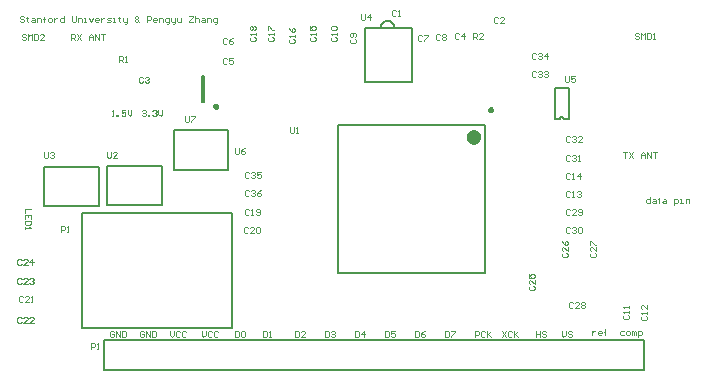
<source format=gto>
%FSTAX23Y23*%
%MOIN*%
%SFA1B1*%

%IPPOS*%
%ADD38C,0.007874*%
%ADD39C,0.009843*%
%ADD40C,0.023622*%
%ADD41C,0.004016*%
%LNtwo_ant_fpga_board-1*%
%LPD*%
G54D38*
X02897Y02823D02*
D01*
X02897Y02824*
X02897Y02826*
X02896Y02827*
X02896Y02829*
X02895Y0283*
X02894Y02832*
X02893Y02833*
X02892Y02834*
X02891Y02836*
X0289Y02837*
X02889Y02838*
X02888Y02839*
X02886Y0284*
X02885Y0284*
X02884Y02841*
X02882Y02842*
X02881Y02842*
X02879Y02842*
X02877Y02843*
X02876Y02843*
X02874Y02843*
X02873Y02843*
X02871Y02843*
X0287Y02842*
X02868Y02842*
X02867Y02841*
X02865Y02841*
X02864Y0284*
X02862Y02839*
X02861Y02838*
X0286Y02837*
X02859Y02836*
X02857Y02835*
X02856Y02834*
X02856Y02832*
X02855Y02831*
X02854Y0283*
X02853Y02828*
X02853Y02827*
X02852Y02825*
X02852Y02824*
X02852Y02823*
X03462Y02516D02*
D01*
X03462Y02517*
X03462Y02517*
X03462Y02517*
X03462Y02518*
X03462Y02518*
X03462Y02519*
X03461Y02519*
X03461Y02519*
X03461Y0252*
X03461Y0252*
X0346Y02521*
X0346Y02521*
X0346Y02521*
X03459Y02521*
X03459Y02522*
X03459Y02522*
X03458Y02522*
X03458Y02522*
X03457Y02522*
X03457Y02522*
X03456Y02522*
X03456Y02522*
X03456*
X03455Y02522*
X03455Y02522*
X03454Y02522*
X03454Y02522*
X03453Y02522*
X03453Y02522*
X03453Y02522*
X03452Y02521*
X03452Y02521*
X03451Y02521*
X03451Y02521*
X03451Y0252*
X03451Y0252*
X0345Y02519*
X0345Y02519*
X0345Y02519*
X0345Y02518*
X0345Y02518*
X0345Y02517*
X03449Y02517*
X03449Y02517*
X03449Y02516*
X03655Y0168D02*
X0373D01*
Y0178*
X0193D02*
X0373D01*
X0193Y0168D02*
Y0178D01*
Y0168D02*
X03655D01*
X02955Y02639D02*
Y0282D01*
X028Y02639D02*
X02955D01*
X028D02*
Y0282D01*
X029*
X02854D02*
X02955D01*
X01855Y02201D02*
X02355D01*
Y01818D02*
Y02201D01*
X01855Y01818D02*
X02355D01*
X01855D02*
Y02037D01*
Y01987D02*
Y02201D01*
X03478Y02516D02*
Y02618D01*
X03434D02*
X03478D01*
X03434Y02516D02*
Y02618D01*
Y02516D02*
X03449D01*
X03462D02*
X03478D01*
X01938Y02359D02*
X02124D01*
Y0223D02*
Y02359D01*
X01938Y0223D02*
X02124D01*
X01938D02*
Y02359D01*
X02164Y02345D02*
Y02478D01*
X02344*
Y02345D02*
Y02478D01*
X02164Y02345D02*
X02344D01*
X02256Y02571D02*
Y02658D01*
X02263Y02571D02*
Y02658D01*
X02256D02*
X02263D01*
X02256Y02571D02*
X02263D01*
X01728Y02357D02*
X01914D01*
Y02227D02*
Y02357D01*
X01728Y02227D02*
X01914D01*
X01728D02*
Y02357D01*
X02708Y02003D02*
Y02496D01*
X03201Y02003D02*
Y02496D01*
X02708Y02003D02*
X03201D01*
X02708Y02496D02*
X03201D01*
G54D39*
X02307Y02558D02*
D01*
X02307Y02559*
X02307Y02559*
X02307Y02559*
X02307Y0256*
X02306Y0256*
X02306Y0256*
X02306Y02561*
X02306Y02561*
X02306Y02561*
X02306Y02562*
X02305Y02562*
X02305Y02562*
X02305Y02562*
X02305Y02562*
X02304Y02563*
X02304Y02563*
X02304Y02563*
X02303Y02563*
X02303Y02563*
X02303Y02563*
X02302Y02563*
X02302Y02563*
X02302*
X02301Y02563*
X02301Y02563*
X02301Y02563*
X023Y02563*
X023Y02563*
X023Y02563*
X02299Y02563*
X02299Y02562*
X02299Y02562*
X02299Y02562*
X02298Y02562*
X02298Y02562*
X02298Y02561*
X02298Y02561*
X02297Y02561*
X02297Y0256*
X02297Y0256*
X02297Y0256*
X02297Y02559*
X02297Y02559*
X02297Y02559*
X02297Y02558*
X02297Y02558*
X02297Y02558*
X02297Y02557*
X02297Y02557*
X02297Y02557*
X02297Y02556*
X02297Y02556*
X02298Y02556*
X02298Y02556*
X02298Y02555*
X02298Y02555*
X02299Y02555*
X02299Y02555*
X02299Y02554*
X02299Y02554*
X023Y02554*
X023Y02554*
X023Y02554*
X02301Y02554*
X02301Y02554*
X02301Y02554*
X02302Y02553*
X02302*
X02302Y02554*
X02303Y02554*
X02303Y02554*
X02303Y02554*
X02304Y02554*
X02304Y02554*
X02304Y02554*
X02305Y02554*
X02305Y02555*
X02305Y02555*
X02305Y02555*
X02306Y02555*
X02306Y02556*
X02306Y02556*
X02306Y02556*
X02306Y02556*
X02306Y02557*
X02307Y02557*
X02307Y02557*
X02307Y02558*
X02307Y02558*
X02307Y02558*
X03223Y02547D02*
D01*
X03223Y02547*
X03223Y02547*
X03223Y02548*
X03223Y02548*
X03223Y02548*
X03223Y02549*
X03223Y02549*
X03222Y02549*
X03222Y0255*
X03222Y0255*
X03222Y0255*
X03222Y0255*
X03221Y02551*
X03221Y02551*
X03221Y02551*
X0322Y02551*
X0322Y02551*
X0322Y02551*
X03219Y02552*
X03219Y02552*
X03219Y02552*
X03218Y02552*
X03218*
X03218Y02552*
X03217Y02552*
X03217Y02552*
X03217Y02551*
X03216Y02551*
X03216Y02551*
X03216Y02551*
X03216Y02551*
X03215Y02551*
X03215Y0255*
X03215Y0255*
X03215Y0255*
X03214Y0255*
X03214Y02549*
X03214Y02549*
X03214Y02549*
X03214Y02548*
X03214Y02548*
X03213Y02548*
X03213Y02547*
X03213Y02547*
X03213Y02547*
X03213Y02546*
X03213Y02546*
X03213Y02546*
X03214Y02545*
X03214Y02545*
X03214Y02545*
X03214Y02544*
X03214Y02544*
X03214Y02544*
X03215Y02544*
X03215Y02543*
X03215Y02543*
X03215Y02543*
X03216Y02543*
X03216Y02542*
X03216Y02542*
X03216Y02542*
X03217Y02542*
X03217Y02542*
X03217Y02542*
X03218Y02542*
X03218Y02542*
X03218*
X03219Y02542*
X03219Y02542*
X03219Y02542*
X0322Y02542*
X0322Y02542*
X0322Y02542*
X03221Y02542*
X03221Y02543*
X03221Y02543*
X03222Y02543*
X03222Y02543*
X03222Y02544*
X03222Y02544*
X03222Y02544*
X03223Y02544*
X03223Y02545*
X03223Y02545*
X03223Y02545*
X03223Y02546*
X03223Y02546*
X03223Y02546*
X03223Y02547*
G54D40*
X03173Y02456D02*
D01*
X03173Y02457*
X03173Y02458*
X03173Y02459*
X03173Y02459*
X03172Y0246*
X03172Y02461*
X03172Y02462*
X03171Y02462*
X03171Y02463*
X0317Y02464*
X0317Y02464*
X03169Y02465*
X03168Y02466*
X03168Y02466*
X03167Y02466*
X03166Y02467*
X03166Y02467*
X03165Y02467*
X03164Y02468*
X03163Y02468*
X03162Y02468*
X03162Y02468*
X03161*
X0316Y02468*
X03159Y02468*
X03158Y02468*
X03158Y02467*
X03157Y02467*
X03156Y02467*
X03155Y02466*
X03155Y02466*
X03154Y02466*
X03153Y02465*
X03153Y02464*
X03152Y02464*
X03152Y02463*
X03151Y02462*
X03151Y02462*
X0315Y02461*
X0315Y0246*
X0315Y02459*
X0315Y02459*
X03149Y02458*
X03149Y02457*
X03149Y02456*
X03149Y02455*
X03149Y02455*
X0315Y02454*
X0315Y02453*
X0315Y02452*
X0315Y02451*
X03151Y02451*
X03151Y0245*
X03152Y02449*
X03152Y02449*
X03153Y02448*
X03153Y02447*
X03154Y02447*
X03155Y02446*
X03155Y02446*
X03156Y02446*
X03157Y02445*
X03158Y02445*
X03158Y02445*
X03159Y02445*
X0316Y02444*
X03161Y02444*
X03162*
X03162Y02444*
X03163Y02445*
X03164Y02445*
X03165Y02445*
X03166Y02445*
X03166Y02446*
X03167Y02446*
X03168Y02446*
X03168Y02447*
X03169Y02447*
X0317Y02448*
X0317Y02449*
X03171Y02449*
X03171Y0245*
X03172Y02451*
X03172Y02451*
X03172Y02452*
X03173Y02453*
X03173Y02454*
X03173Y02455*
X03173Y02455*
X03173Y02456*
G54D41*
X01668Y02796D02*
X01665Y02799D01*
X01658*
X01655Y02796*
Y02792*
X01658Y02789*
X01665*
X01668Y02786*
Y02782*
X01665Y02779*
X01658*
X01655Y02782*
X01675Y02779D02*
Y02799D01*
X01681Y02792*
X01688Y02799*
Y02779*
X01695Y02799D02*
Y02779D01*
X01705*
X01708Y02782*
Y02796*
X01705Y02799*
X01695*
X01728Y02779D02*
X01715D01*
X01728Y02792*
Y02796*
X01724Y02799*
X01718*
X01715Y02796*
X03713Y028D02*
X0371Y02804D01*
X03703*
X037Y028*
Y02797*
X03703Y02794*
X0371*
X03713Y0279*
Y02787*
X0371Y02784*
X03703*
X037Y02787*
X0372Y02784D02*
Y02804D01*
X03726Y02797*
X03733Y02804*
Y02784*
X0374Y02804D02*
Y02784D01*
X0375*
X03753Y02787*
Y028*
X0375Y02804*
X0374*
X0376Y02784D02*
X03766D01*
X03763*
Y02804*
X0376Y028*
X01885Y0175D02*
Y0177D01*
X01895*
X01898Y01766*
Y0176*
X01895Y01756*
X01885*
X01905Y0175D02*
X01911D01*
X01908*
Y0177*
X01905Y01766*
X02365Y0242D02*
Y02403D01*
X02368Y024*
X02375*
X02378Y02403*
Y0242*
X02398D02*
X02391Y02416D01*
X02385Y0241*
Y02403*
X02388Y024*
X02395*
X02398Y02403*
Y02406*
X02395Y0241*
X02385*
X01785Y0214D02*
Y0216D01*
X01795*
X01798Y02156*
Y0215*
X01795Y02146*
X01785*
X01805Y0214D02*
X01811D01*
X01808*
Y0216*
X01805Y02156*
X022Y02525D02*
Y02508D01*
X02203Y02505*
X0221*
X02213Y02508*
Y02525*
X0222D02*
X02233D01*
Y02521*
X0222Y02508*
Y02505*
X03467Y0266D02*
Y02643D01*
X0347Y0264*
X03477*
X0348Y02643*
Y0266*
X035D02*
X03487D01*
Y0265*
X03494Y02653*
X03497*
X035Y0265*
Y02643*
X03497Y0264*
X0349*
X03487Y02643*
X02785Y02865D02*
Y02848D01*
X02788Y02845*
X02795*
X02798Y02848*
Y02865*
X02815Y02845D02*
Y02865D01*
X02805Y02855*
X02818*
X01729Y02405D02*
Y02388D01*
X01732Y02385*
X01739*
X01742Y02388*
Y02405*
X01748Y02401D02*
X01752Y02405D01*
X01758*
X01762Y02401*
Y02398*
X01758Y02395*
X01755*
X01758*
X01762Y02391*
Y02388*
X01758Y02385*
X01752*
X01748Y02388*
X01939Y02407D02*
Y02391D01*
X01942Y02387*
X01949*
X01952Y02391*
Y02407*
X01972Y02387D02*
X01958D01*
X01972Y02401*
Y02404*
X01968Y02407*
X01962*
X01958Y02404*
X0255Y0249D02*
Y02473D01*
X02553Y0247*
X0256*
X02563Y02473*
Y0249*
X0257Y0247D02*
X02576D01*
X02573*
Y0249*
X0257Y02486*
X0316Y02782D02*
Y02802D01*
X0317*
X03173Y02798*
Y02792*
X0317Y02788*
X0316*
X03166D02*
X03173Y02782D01*
X03193D02*
X0318D01*
X03193Y02795*
Y02798*
X0319Y02802*
X03183*
X0318Y02798*
X0198Y02707D02*
Y02727D01*
X0199*
X01993Y02723*
Y02717*
X0199Y02713*
X0198*
X01986D02*
X01993Y02707D01*
X02D02*
X02006D01*
X02003*
Y02727*
X02Y02723*
X01685Y02215D02*
X01665D01*
Y02201*
X01685Y02181D02*
Y02195D01*
X01665*
Y02181*
X01675Y02195D02*
Y02188D01*
X01685Y02175D02*
X01665D01*
Y02165*
X01668Y02161*
X01681*
X01685Y02165*
Y02175*
X01665Y02155D02*
Y02148D01*
Y02151*
X01685*
X01681Y02155*
X02413Y02276D02*
X0241Y0228D01*
X02403*
X024Y02276*
Y02263*
X02403Y0226*
X0241*
X02413Y02263*
X0242Y02276D02*
X02423Y0228D01*
X0243*
X02433Y02276*
Y02273*
X0243Y0227*
X02426*
X0243*
X02433Y02266*
Y02263*
X0243Y0226*
X02423*
X0242Y02263*
X02453Y0228D02*
X02446Y02276D01*
X0244Y0227*
Y02263*
X02443Y0226*
X0245*
X02453Y02263*
Y02266*
X0245Y0227*
X0244*
X02413Y02336D02*
X0241Y0234D01*
X02403*
X024Y02336*
Y02323*
X02403Y0232*
X0241*
X02413Y02323*
X0242Y02336D02*
X02423Y0234D01*
X0243*
X02433Y02336*
Y02333*
X0243Y0233*
X02426*
X0243*
X02433Y02326*
Y02323*
X0243Y0232*
X02423*
X0242Y02323*
X02453Y0234D02*
X0244D01*
Y0233*
X02446Y02333*
X0245*
X02453Y0233*
Y02323*
X0245Y0232*
X02443*
X0244Y02323*
X03368Y02731D02*
X03365Y02735D01*
X03358*
X03355Y02731*
Y02718*
X03358Y02715*
X03365*
X03368Y02718*
X03375Y02731D02*
X03378Y02735D01*
X03385*
X03388Y02731*
Y02728*
X03385Y02725*
X03381*
X03385*
X03388Y02721*
Y02718*
X03385Y02715*
X03378*
X03375Y02718*
X03405Y02715D02*
Y02735D01*
X03395Y02725*
X03408*
X03368Y02671D02*
X03365Y02675D01*
X03358*
X03355Y02671*
Y02658*
X03358Y02655*
X03365*
X03368Y02658*
X03375Y02671D02*
X03378Y02675D01*
X03385*
X03388Y02671*
Y02668*
X03385Y02665*
X03381*
X03385*
X03388Y02661*
Y02658*
X03385Y02655*
X03378*
X03375Y02658*
X03395Y02671D02*
X03398Y02675D01*
X03405*
X03408Y02671*
Y02668*
X03405Y02665*
X03401*
X03405*
X03408Y02661*
Y02658*
X03405Y02655*
X03398*
X03395Y02658*
X03483Y02456D02*
X0348Y0246D01*
X03473*
X0347Y02456*
Y02443*
X03473Y0244*
X0348*
X03483Y02443*
X0349Y02456D02*
X03493Y0246D01*
X035*
X03503Y02456*
Y02453*
X035Y0245*
X03496*
X035*
X03503Y02446*
Y02443*
X035Y0244*
X03493*
X0349Y02443*
X03523Y0244D02*
X0351D01*
X03523Y02453*
Y02456*
X0352Y0246*
X03513*
X0351Y02456*
X03483Y02391D02*
X0348Y02395D01*
X03473*
X0347Y02391*
Y02378*
X03473Y02375*
X0348*
X03483Y02378*
X0349Y02391D02*
X03493Y02395D01*
X035*
X03503Y02391*
Y02388*
X035Y02385*
X03496*
X035*
X03503Y02381*
Y02378*
X035Y02375*
X03493*
X0349Y02378*
X0351Y02375D02*
X03516D01*
X03513*
Y02395*
X0351Y02391*
X03483Y02151D02*
X0348Y02155D01*
X03473*
X0347Y02151*
Y02138*
X03473Y02135*
X0348*
X03483Y02138*
X0349Y02151D02*
X03493Y02155D01*
X035*
X03503Y02151*
Y02148*
X035Y02145*
X03496*
X035*
X03503Y02141*
Y02138*
X035Y02135*
X03493*
X0349Y02138*
X0351Y02151D02*
X03513Y02155D01*
X0352*
X03523Y02151*
Y02138*
X0352Y02135*
X03513*
X0351Y02138*
Y02151*
X03483Y02211D02*
X0348Y02215D01*
X03473*
X0347Y02211*
Y02198*
X03473Y02195*
X0348*
X03483Y02198*
X03503Y02195D02*
X0349D01*
X03503Y02208*
Y02211*
X035Y02215*
X03493*
X0349Y02211*
X0351Y02198D02*
X03513Y02195D01*
X0352*
X03523Y02198*
Y02211*
X0352Y02215*
X03513*
X0351Y02211*
Y02208*
X03513Y02205*
X03523*
X03493Y01901D02*
X0349Y01905D01*
X03483*
X0348Y01901*
Y01888*
X03483Y01885*
X0349*
X03493Y01888*
X03513Y01885D02*
X035D01*
X03513Y01898*
Y01901*
X0351Y01905*
X03503*
X035Y01901*
X0352D02*
X03523Y01905D01*
X0353*
X03533Y01901*
Y01898*
X0353Y01895*
X03533Y01891*
Y01888*
X0353Y01885*
X03523*
X0352Y01888*
Y01891*
X03523Y01895*
X0352Y01898*
Y01901*
X03523Y01895D02*
X0353D01*
X03553Y02068D02*
X0355Y02065D01*
Y02058*
X03553Y02055*
X03566*
X0357Y02058*
Y02065*
X03566Y02068*
X0357Y02088D02*
Y02075D01*
X03556Y02088*
X03553*
X0355Y02085*
Y02078*
X03553Y02075*
X0355Y02095D02*
Y02108D01*
X03553*
X03566Y02095*
X0357*
X03458Y02068D02*
X03455Y02065D01*
Y02058*
X03458Y02055*
X03471*
X03475Y02058*
Y02065*
X03471Y02068*
X03475Y02088D02*
Y02075D01*
X03461Y02088*
X03458*
X03455Y02085*
Y02078*
X03458Y02075*
X03455Y02108D02*
X03458Y02101D01*
X03465Y02095*
X03471*
X03475Y02098*
Y02105*
X03471Y02108*
X03468*
X03465Y02105*
Y02095*
X03348Y01958D02*
X03345Y01955D01*
Y01948*
X03348Y01945*
X03361*
X03365Y01948*
Y01955*
X03361Y01958*
X03365Y01978D02*
Y01965D01*
X03351Y01978*
X03348*
X03345Y01975*
Y01968*
X03348Y01965*
X03345Y01998D02*
Y01985D01*
X03355*
X03351Y01991*
Y01995*
X03355Y01998*
X03361*
X03365Y01995*
Y01988*
X03361Y01985*
X01655Y02046D02*
X01651Y0205D01*
X01645*
X01641Y02046*
Y02033*
X01645Y0203*
X01651*
X01655Y02033*
X01675Y0203D02*
X01661D01*
X01675Y02043*
Y02046*
X01671Y0205*
X01665*
X01661Y02046*
X01691Y0203D02*
Y0205D01*
X01681Y0204*
X01695*
X01655Y01981D02*
X01651Y01985D01*
X01645*
X01641Y01981*
Y01968*
X01645Y01965*
X01651*
X01655Y01968*
X01675Y01965D02*
X01661D01*
X01675Y01978*
Y01981*
X01671Y01985*
X01665*
X01661Y01981*
X01681D02*
X01685Y01985D01*
X01691*
X01695Y01981*
Y01978*
X01691Y01975*
X01688*
X01691*
X01695Y01971*
Y01968*
X01691Y01965*
X01685*
X01681Y01968*
X01655Y01851D02*
X01651Y01855D01*
X01645*
X01641Y01851*
Y01838*
X01645Y01835*
X01651*
X01655Y01838*
X01675Y01835D02*
X01661D01*
X01675Y01848*
Y01851*
X01671Y01855*
X01665*
X01661Y01851*
X01695Y01835D02*
X01681D01*
X01695Y01848*
Y01851*
X01691Y01855*
X01685*
X01681Y01851*
X01658Y01921D02*
X01655Y01925D01*
X01648*
X01645Y01921*
Y01908*
X01648Y01905*
X01655*
X01658Y01908*
X01678Y01905D02*
X01665D01*
X01678Y01918*
Y01921*
X01675Y01925*
X01668*
X01665Y01921*
X01685Y01905D02*
X01691D01*
X01688*
Y01925*
X01685Y01921*
X02408Y02151D02*
X02405Y02155D01*
X02398*
X02395Y02151*
Y02138*
X02398Y02135*
X02405*
X02408Y02138*
X02428Y02135D02*
X02415D01*
X02428Y02148*
Y02151*
X02425Y02155*
X02418*
X02415Y02151*
X02435D02*
X02438Y02155D01*
X02445*
X02448Y02151*
Y02138*
X02445Y02135*
X02438*
X02435Y02138*
Y02151*
X02413Y02211D02*
X0241Y02215D01*
X02403*
X024Y02211*
Y02198*
X02403Y02195*
X0241*
X02413Y02198*
X0242Y02195D02*
X02426D01*
X02423*
Y02215*
X0242Y02211*
X02436Y02198D02*
X0244Y02195D01*
X02446*
X0245Y02198*
Y02211*
X02446Y02215*
X0244*
X02436Y02211*
Y02208*
X0244Y02205*
X0245*
X02418Y02788D02*
X02415Y02785D01*
Y02778*
X02418Y02775*
X02431*
X02435Y02778*
Y02785*
X02431Y02788*
X02435Y02795D02*
Y02801D01*
Y02798*
X02415*
X02418Y02795*
Y02811D02*
X02415Y02815D01*
Y02821*
X02418Y02825*
X02421*
X02425Y02821*
X02428Y02825*
X02431*
X02435Y02821*
Y02815*
X02431Y02811*
X02428*
X02425Y02815*
X02421Y02811*
X02418*
X02425Y02815D02*
Y02821D01*
X02478Y02788D02*
X02475Y02785D01*
Y02778*
X02478Y02775*
X02491*
X02495Y02778*
Y02785*
X02491Y02788*
X02495Y02795D02*
Y02801D01*
Y02798*
X02475*
X02478Y02795*
X02475Y02811D02*
Y02825D01*
X02478*
X02491Y02811*
X02495*
X02548Y02783D02*
X02545Y0278D01*
Y02773*
X02548Y0277*
X02561*
X02565Y02773*
Y0278*
X02561Y02783*
X02565Y0279D02*
Y02796D01*
Y02793*
X02545*
X02548Y0279*
X02545Y0282D02*
X02548Y02813D01*
X02555Y02806*
X02561*
X02565Y0281*
Y02816*
X02561Y0282*
X02558*
X02555Y02816*
Y02806*
X02618Y02788D02*
X02615Y02785D01*
Y02778*
X02618Y02775*
X02631*
X02635Y02778*
Y02785*
X02631Y02788*
X02635Y02795D02*
Y02801D01*
Y02798*
X02615*
X02618Y02795*
X02615Y02825D02*
Y02811D01*
X02625*
X02621Y02818*
Y02821*
X02625Y02825*
X02631*
X02635Y02821*
Y02815*
X02631Y02811*
X03483Y02331D02*
X0348Y02335D01*
X03473*
X0347Y02331*
Y02318*
X03473Y02315*
X0348*
X03483Y02318*
X0349Y02315D02*
X03496D01*
X03493*
Y02335*
X0349Y02331*
X03516Y02315D02*
Y02335D01*
X03506Y02325*
X0352*
X03483Y02271D02*
X0348Y02275D01*
X03473*
X0347Y02271*
Y02258*
X03473Y02255*
X0348*
X03483Y02258*
X0349Y02255D02*
X03496D01*
X03493*
Y02275*
X0349Y02271*
X03506D02*
X0351Y02275D01*
X03516*
X0352Y02271*
Y02268*
X03516Y02265*
X03513*
X03516*
X0352Y02261*
Y02258*
X03516Y02255*
X0351*
X03506Y02258*
X03723Y01858D02*
X0372Y01855D01*
Y01848*
X03723Y01845*
X03736*
X0374Y01848*
Y01855*
X03736Y01858*
X0374Y01865D02*
Y01871D01*
Y01868*
X0372*
X03723Y01865*
X0374Y01895D02*
Y01881D01*
X03726Y01895*
X03723*
X0372Y01891*
Y01885*
X03723Y01881*
X03663Y01863D02*
X0366Y0186D01*
Y01853*
X03663Y0185*
X03676*
X0368Y01853*
Y0186*
X03676Y01863*
X0368Y0187D02*
Y01876D01*
Y01873*
X0366*
X03663Y0187*
X0368Y01886D02*
Y01893D01*
Y0189*
X0366*
X03663Y01886*
X02688Y02788D02*
X02685Y02785D01*
Y02778*
X02688Y02775*
X02701*
X02705Y02778*
Y02785*
X02701Y02788*
X02705Y02795D02*
Y02801D01*
Y02798*
X02685*
X02688Y02795*
Y02811D02*
X02685Y02815D01*
Y02821*
X02688Y02825*
X02701*
X02705Y02821*
Y02815*
X02701Y02811*
X02688*
X02753Y02783D02*
X0275Y0278D01*
Y02773*
X02753Y0277*
X02766*
X0277Y02773*
Y0278*
X02766Y02783*
Y0279D02*
X0277Y02793D01*
Y028*
X02766Y02803*
X02753*
X0275Y028*
Y02793*
X02753Y0279*
X02756*
X0276Y02793*
Y02803*
X03048Y02796D02*
X03045Y028D01*
X03038*
X03035Y02796*
Y02783*
X03038Y0278*
X03045*
X03048Y02783*
X03055Y02796D02*
X03058Y028D01*
X03065*
X03068Y02796*
Y02793*
X03065Y0279*
X03068Y02786*
Y02783*
X03065Y0278*
X03058*
X03055Y02783*
Y02786*
X03058Y0279*
X03055Y02793*
Y02796*
X03058Y0279D02*
X03065D01*
X02988Y02791D02*
X02985Y02795D01*
X02978*
X02975Y02791*
Y02778*
X02978Y02775*
X02985*
X02988Y02778*
X02995Y02795D02*
X03008D01*
Y02791*
X02995Y02778*
Y02775*
X02338Y02781D02*
X02335Y02785D01*
X02328*
X02325Y02781*
Y02768*
X02328Y02765*
X02335*
X02338Y02768*
X02358Y02785D02*
X02351Y02781D01*
X02345Y02775*
Y02768*
X02348Y02765*
X02355*
X02358Y02768*
Y02771*
X02355Y02775*
X02345*
X02338Y02716D02*
X02335Y0272D01*
X02328*
X02325Y02716*
Y02703*
X02328Y027*
X02335*
X02338Y02703*
X02358Y0272D02*
X02345D01*
Y0271*
X02351Y02713*
X02355*
X02358Y0271*
Y02703*
X02355Y027*
X02348*
X02345Y02703*
X03113Y02798D02*
X0311Y02802D01*
X03103*
X031Y02798*
Y02785*
X03103Y02782*
X0311*
X03113Y02785*
X0313Y02782D02*
Y02802D01*
X0312Y02792*
X03133*
X02059Y02654D02*
X02055Y02657D01*
X02049*
X02045Y02654*
Y02641*
X02049Y02637*
X02055*
X02059Y02641*
X02065Y02654D02*
X02069Y02657D01*
X02075*
X02079Y02654*
Y02651*
X02075Y02647*
X02072*
X02075*
X02079Y02644*
Y02641*
X02075Y02637*
X02069*
X02065Y02641*
X03243Y02851D02*
X0324Y02855D01*
X03233*
X0323Y02851*
Y02838*
X03233Y02835*
X0324*
X03243Y02838*
X03263Y02835D02*
X0325D01*
X03263Y02848*
Y02851*
X0326Y02855*
X03253*
X0325Y02851*
X02903Y02876D02*
X029Y0288D01*
X02893*
X0289Y02876*
Y02863*
X02893Y0286*
X029*
X02903Y02863*
X0291Y0286D02*
X02916D01*
X02913*
Y0288*
X0291Y02876*
X01963Y01806D02*
X0196Y0181D01*
X01953*
X0195Y01806*
Y01793*
X01953Y0179*
X0196*
X01963Y01793*
Y018*
X01956*
X0197Y0179D02*
Y0181D01*
X01983Y0179*
Y0181*
X0199D02*
Y0179D01*
X02*
X02003Y01793*
Y01806*
X02Y0181*
X0199*
X02063Y01806D02*
X0206Y0181D01*
X02053*
X0205Y01806*
Y01793*
X02053Y0179*
X0206*
X02063Y01793*
Y018*
X02056*
X0207Y0179D02*
Y0181D01*
X02083Y0179*
Y0181*
X0209D02*
Y0179D01*
X021*
X02103Y01793*
Y01806*
X021Y0181*
X0209*
X0215D02*
Y01796D01*
X02156Y0179*
X02163Y01796*
Y0181*
X02183Y01806D02*
X0218Y0181D01*
X02173*
X0217Y01806*
Y01793*
X02173Y0179*
X0218*
X02183Y01793*
X02203Y01806D02*
X022Y0181D01*
X02193*
X0219Y01806*
Y01793*
X02193Y0179*
X022*
X02203Y01793*
X02255Y0181D02*
Y01796D01*
X02261Y0179*
X02268Y01796*
Y0181*
X02288Y01806D02*
X02285Y0181D01*
X02278*
X02275Y01806*
Y01793*
X02278Y0179*
X02285*
X02288Y01793*
X02308Y01806D02*
X02305Y0181D01*
X02298*
X02295Y01806*
Y01793*
X02298Y0179*
X02305*
X02308Y01793*
X01663Y02856D02*
X0166Y0286D01*
X01653*
X0165Y02856*
Y02853*
X01653Y0285*
X0166*
X01663Y02846*
Y02843*
X0166Y0284*
X01653*
X0165Y02843*
X01673Y02856D02*
Y02853D01*
X0167*
X01676*
X01673*
Y02843*
X01676Y0284*
X0169Y02853D02*
X01696D01*
X017Y0285*
Y0284*
X0169*
X01686Y02843*
X0169Y02846*
X017*
X01706Y0284D02*
Y02853D01*
X01716*
X01719Y0285*
Y0284*
X01729D02*
Y02856D01*
Y0285*
X01726*
X01733*
X01729*
Y02856*
X01733Y0286*
X01746Y0284D02*
X01753D01*
X01756Y02843*
Y0285*
X01753Y02853*
X01746*
X01743Y0285*
Y02843*
X01746Y0284*
X01763Y02853D02*
Y0284D01*
Y02846*
X01766Y0285*
X01769Y02853*
X01773*
X01796Y0286D02*
Y0284D01*
X01786*
X01783Y02843*
Y0285*
X01786Y02853*
X01796*
X01823Y0286D02*
Y02843D01*
X01826Y0284*
X01833*
X01836Y02843*
Y0286*
X01843Y0284D02*
Y02853D01*
X01853*
X01856Y0285*
Y0284*
X01863D02*
X01869D01*
X01866*
Y02853*
X01863*
X01879D02*
X01886Y0284D01*
X01893Y02853*
X01909Y0284D02*
X01903D01*
X01899Y02843*
Y0285*
X01903Y02853*
X01909*
X01913Y0285*
Y02846*
X01899*
X01919Y02853D02*
Y0284D01*
Y02846*
X01923Y0285*
X01926Y02853*
X01929*
X01939Y0284D02*
X01949D01*
X01953Y02843*
X01949Y02846*
X01943*
X01939Y0285*
X01943Y02853*
X01953*
X01959Y0284D02*
X01966D01*
X01963*
Y02853*
X01959*
X01979Y02856D02*
Y02853D01*
X01976*
X01983*
X01979*
Y02843*
X01983Y0284*
X01993Y02853D02*
Y02843D01*
X01996Y0284*
X02006*
Y02836*
X02003Y02833*
X01999*
X02006Y0284D02*
Y02853D01*
X02046Y0284D02*
X02043Y02843D01*
X02039Y0284*
X02036*
X02033Y02843*
Y02846*
X02036Y0285*
X02033Y02853*
Y02856*
X02036Y0286*
X02039*
X02043Y02856*
Y02853*
X02039Y0285*
X02043Y02846*
Y02843*
X02046Y0285D02*
X02043Y02846D01*
X02036Y0285D02*
X02039D01*
X02073Y0284D02*
Y0286D01*
X02083*
X02086Y02856*
Y0285*
X02083Y02846*
X02073*
X02103Y0284D02*
X02096D01*
X02093Y02843*
Y0285*
X02096Y02853*
X02103*
X02106Y0285*
Y02846*
X02093*
X02113Y0284D02*
Y02853D01*
X02123*
X02126Y0285*
Y0284*
X02139Y02833D02*
X02143D01*
X02146Y02836*
Y02853*
X02136*
X02133Y0285*
Y02843*
X02136Y0284*
X02146*
X02153Y02853D02*
Y02843D01*
X02156Y0284*
X02166*
Y02836*
X02163Y02833*
X02159*
X02166Y0284D02*
Y02853D01*
X02173D02*
Y02843D01*
X02176Y0284*
X02186*
Y02853*
X02213Y0286D02*
X02226D01*
Y02856*
X02213Y02843*
Y0284*
X02226*
X02233Y0286D02*
Y0284D01*
Y0285*
X02236Y02853*
X02243*
X02246Y0285*
Y0284*
X02256Y02853D02*
X02263D01*
X02266Y0285*
Y0284*
X02256*
X02253Y02843*
X02256Y02846*
X02266*
X02273Y0284D02*
Y02853D01*
X02283*
X02286Y0285*
Y0284*
X02299Y02833D02*
X02303D01*
X02306Y02836*
Y02853*
X02296*
X02293Y0285*
Y02843*
X02296Y0284*
X02306*
X0182Y0278D02*
Y028D01*
X0183*
X01833Y02796*
Y0279*
X0183Y02786*
X0182*
X01826D02*
X01833Y0278D01*
X0184Y028D02*
X01853Y0278D01*
Y028D02*
X0184Y0278D01*
X01879D02*
Y02793D01*
X01886Y028*
X01893Y02793*
Y0278*
Y0279*
X01879*
X01899Y0278D02*
Y028D01*
X01913Y0278*
Y028*
X01919D02*
X01933D01*
X01926*
Y0278*
X0366Y02405D02*
X03673D01*
X03666*
Y02385*
X0368Y02405D02*
X03693Y02385D01*
Y02405D02*
X0368Y02385D01*
X0372D02*
Y02398D01*
X03726Y02405*
X03733Y02398*
Y02385*
Y02395*
X0372*
X03739Y02385D02*
Y02405D01*
X03753Y02385*
Y02405*
X03759D02*
X03773D01*
X03766*
Y02385*
X02365Y0181D02*
Y0179D01*
X02375*
X02378Y01793*
Y01806*
X02375Y0181*
X02365*
X02385Y01806D02*
X02388Y0181D01*
X02395*
X02398Y01806*
Y01793*
X02395Y0179*
X02388*
X02385Y01793*
Y01806*
X0246Y0181D02*
Y0179D01*
X0247*
X02473Y01793*
Y01806*
X0247Y0181*
X0246*
X0248Y0179D02*
X02486D01*
X02483*
Y0181*
X0248Y01806*
X02565Y0181D02*
Y0179D01*
X02575*
X02578Y01793*
Y01806*
X02575Y0181*
X02565*
X02598Y0179D02*
X02585D01*
X02598Y01803*
Y01806*
X02595Y0181*
X02588*
X02585Y01806*
X02665Y0181D02*
Y0179D01*
X02675*
X02678Y01793*
Y01806*
X02675Y0181*
X02665*
X02685Y01806D02*
X02688Y0181D01*
X02695*
X02698Y01806*
Y01803*
X02695Y018*
X02691*
X02695*
X02698Y01796*
Y01793*
X02695Y0179*
X02688*
X02685Y01793*
X02765Y0181D02*
Y0179D01*
X02775*
X02778Y01793*
Y01806*
X02775Y0181*
X02765*
X02795Y0179D02*
Y0181D01*
X02785Y018*
X02798*
X02865Y0181D02*
Y0179D01*
X02875*
X02878Y01793*
Y01806*
X02875Y0181*
X02865*
X02898D02*
X02885D01*
Y018*
X02891Y01803*
X02895*
X02898Y018*
Y01793*
X02895Y0179*
X02888*
X02885Y01793*
X02965Y0181D02*
Y0179D01*
X02975*
X02978Y01793*
Y01806*
X02975Y0181*
X02965*
X02998D02*
X02991Y01806D01*
X02985Y018*
Y01793*
X02988Y0179*
X02995*
X02998Y01793*
Y01796*
X02995Y018*
X02985*
X03065Y0181D02*
Y0179D01*
X03075*
X03078Y01793*
Y01806*
X03075Y0181*
X03065*
X03085D02*
X03098D01*
Y01806*
X03085Y01793*
Y0179*
X03165D02*
Y0181D01*
X03175*
X03178Y01806*
Y018*
X03175Y01796*
X03165*
X03198Y01806D02*
X03195Y0181D01*
X03188*
X03185Y01806*
Y01793*
X03188Y0179*
X03195*
X03198Y01793*
X03205Y0181D02*
Y0179D01*
Y01796*
X03218Y0181*
X03208Y018*
X03218Y0179*
X0337Y0181D02*
Y0179D01*
Y018*
X03383*
Y0181*
Y0179*
X03403Y01806D02*
X034Y0181D01*
X03393*
X0339Y01806*
Y01803*
X03393Y018*
X034*
X03403Y01796*
Y01793*
X034Y0179*
X03393*
X0339Y01793*
X03455Y0181D02*
Y01796D01*
X03461Y0179*
X03468Y01796*
Y0181*
X03488Y01806D02*
X03485Y0181D01*
X03478*
X03475Y01806*
Y01803*
X03478Y018*
X03485*
X03488Y01796*
Y01793*
X03485Y0179*
X03478*
X03475Y01793*
X03663Y01808D02*
X03653D01*
X0365Y01805*
Y01798*
X03653Y01795*
X03663*
X03673D02*
X0368D01*
X03683Y01798*
Y01805*
X0368Y01808*
X03673*
X0367Y01805*
Y01798*
X03673Y01795*
X0369D02*
Y01808D01*
X03693*
X03696Y01805*
Y01795*
Y01805*
X037Y01808*
X03703Y01805*
Y01795*
X03709Y01788D02*
Y01808D01*
X03719*
X03723Y01805*
Y01798*
X03719Y01795*
X03709*
X03555Y01808D02*
Y01795D01*
Y01801*
X03558Y01805*
X03561Y01808*
X03565*
X03585Y01795D02*
X03578D01*
X03575Y01798*
Y01805*
X03578Y01808*
X03585*
X03588Y01805*
Y01801*
X03575*
X03598Y01795D02*
Y01811D01*
Y01805*
X03595*
X03601*
X03598*
Y01811*
X03601Y01815*
X03255Y0181D02*
X03268Y0179D01*
Y0181D02*
X03255Y0179D01*
X03288Y01806D02*
X03285Y0181D01*
X03278*
X03275Y01806*
Y01793*
X03278Y0179*
X03285*
X03288Y01793*
X03295Y0181D02*
Y0179D01*
Y01796*
X03308Y0181*
X03298Y018*
X03308Y0179*
X02055Y02541D02*
X02058Y02545D01*
X02065*
X02068Y02541*
Y02538*
X02065Y02535*
X02061*
X02065*
X02068Y02531*
Y02528*
X02065Y02525*
X02058*
X02055Y02528*
X02075Y02525D02*
Y02528D01*
X02078*
Y02525*
X02075*
X02091Y02541D02*
X02095Y02545D01*
X02101*
X02105Y02541*
Y02538*
X02101Y02535*
X02098*
X02101*
X02105Y02531*
Y02528*
X02101Y02525*
X02095*
X02091Y02528*
X02111Y02545D02*
Y02531D01*
X02118Y02525*
X02124Y02531*
Y02545*
X01955Y02525D02*
X01961D01*
X01958*
Y02545*
X01955Y02541*
X01971Y02525D02*
Y02528D01*
X01975*
Y02525*
X01971*
X02001Y02545D02*
X01988D01*
Y02535*
X01995Y02538*
X01998*
X02001Y02535*
Y02528*
X01998Y02525*
X01991*
X01988Y02528*
X02008Y02545D02*
Y02531D01*
X02015Y02525*
X02021Y02531*
Y02545*
X03748Y02255D02*
Y02235D01*
X03738*
X03735Y02238*
Y02245*
X03738Y02248*
X03748*
X03758D02*
X03765D01*
X03768Y02245*
Y02235*
X03758*
X03755Y02238*
X03758Y02241*
X03768*
X03778Y02251D02*
Y02248D01*
X03775*
X03781*
X03778*
Y02238*
X03781Y02235*
X03795Y02248D02*
X03801D01*
X03804Y02245*
Y02235*
X03795*
X03791Y02238*
X03795Y02241*
X03804*
X03831Y02228D02*
Y02248D01*
X03841*
X03844Y02245*
Y02238*
X03841Y02235*
X03831*
X03851D02*
X03858D01*
X03854*
Y02248*
X03851*
X03868Y02235D02*
Y02248D01*
X03878*
X03881Y02245*
Y02235*
M02*
</source>
